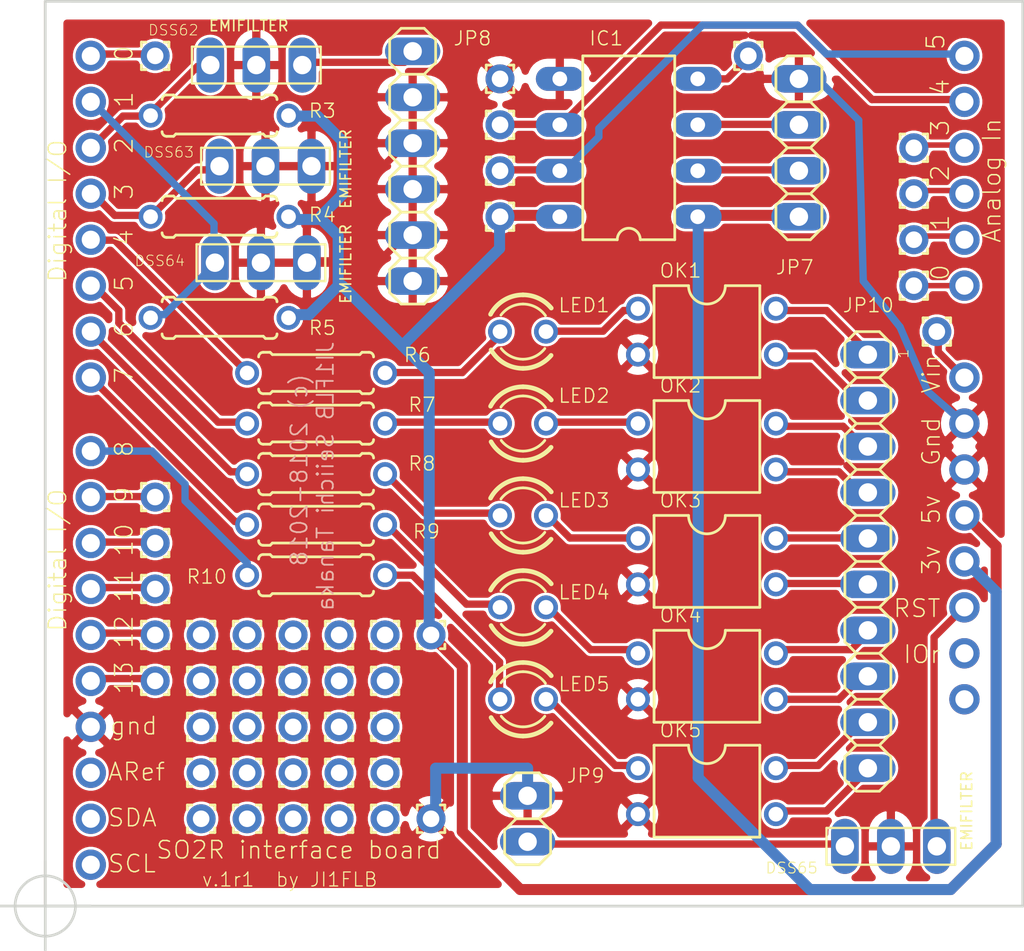
<source format=kicad_pcb>
(kicad_pcb (version 20171130) (host pcbnew "(5.0.0)")
  (layers (0 Top signal) (31 Bottom signal) (34 B.Paste user) (35 F.Paste user) (36 B.SilkS user) (37 F.SilkS user) (38 B.Mask user) (39 F.Mask user) (44 Edge.Cuts user))
  (net 0 "")
  (net 1 +3V3)
  (net 2 GND1)
  (net 3 VCC)
  (net 4 "Net-(LED1-PadK)")
  (net 5 "Net-(LED1-PadA)")
  (net 6 "Net-(LED2-PadK)")
  (net 7 "Net-(LED2-PadA)")
  (net 8 "Net-(LED3-PadK)")
  (net 9 "Net-(LED3-PadA)")
  (net 10 "Net-(LED4-PadK)")
  (net 11 "Net-(LED4-PadA)")
  (net 12 "Net-(LED5-PadK)")
  (net 13 "Net-(LED5-PadA)")
  (net 14 /D4)
  (net 15 /D5)
  (net 16 /D6)
  (net 17 /D7)
  (net 18 /D8)
  (net 19 "Net-(JP10-Pad1)")
  (net 20 "Net-(JP10-Pad2)")
  (net 21 "Net-(JP10-Pad3)")
  (net 22 "Net-(JP10-Pad4)")
  (net 23 "Net-(JP10-Pad5)")
  (net 24 "Net-(JP10-Pad6)")
  (net 25 "Net-(JP10-Pad7)")
  (net 26 "Net-(JP10-Pad8)")
  (net 27 "Net-(JP10-Pad9)")
  (net 28 "Net-(JP10-Pad10)")
  (net 29 /D2)
  (net 30 /D3)
  (net 31 /D1)
  (net 32 "Net-(DSS62-Pad1)")
  (net 33 /SCL5V)
  (net 34 /SDA5V)
  (net 35 "Net-(IC1-Pad4)")
  (net 36 "Net-(IC1-Pad3)")
  (net 37 "Net-(IC1-Pad2)")
  (net 38 "Net-(PAD12-Pad1)")
  (net 39 "Net-(PAD10-Pad1)")
  (net 40 "Net-(PAD9-Pad1)")
  (net 41 "Net-(PAD8-Pad1)")
  (net 42 "Net-(PAD7-Pad1)")
  (net 43 "Net-(DSS65-Pad1)")
  (net 44 "Net-(PAD13-Pad1)")
  (net 45 "Net-(PAD18-Pad1)")
  (net 46 "Net-(PAD23-Pad1)")
  (net 47 "Net-(PAD28-Pad1)")
  (net 48 "Net-(PAD33-Pad1)")
  (net 49 "Net-(PAD14-Pad1)")
  (net 50 "Net-(PAD19-Pad1)")
  (net 51 "Net-(PAD24-Pad1)")
  (net 52 "Net-(PAD29-Pad1)")
  (net 53 "Net-(PAD34-Pad1)")
  (net 54 "Net-(PAD15-Pad1)")
  (net 55 "Net-(PAD20-Pad1)")
  (net 56 "Net-(PAD25-Pad1)")
  (net 57 "Net-(PAD30-Pad1)")
  (net 58 "Net-(PAD35-Pad1)")
  (net 59 "Net-(PAD16-Pad1)")
  (net 60 "Net-(PAD21-Pad1)")
  (net 61 "Net-(PAD26-Pad1)")
  (net 62 "Net-(PAD31-Pad1)")
  (net 63 "Net-(PAD36-Pad1)")
  (net 64 "Net-(PAD17-Pad1)")
  (net 65 "Net-(PAD22-Pad1)")
  (net 66 "Net-(PAD27-Pad1)")
  (net 67 "Net-(PAD32-Pad1)")
  (net 68 "Net-(PAD37-Pad1)")
  (net 69 "Net-(PAD11-Pad1)")
  (net 70 /RESET)
  (net 71 "Net-(U1-PadRESERVED)")
  (net 72 "Net-(U1-PadIOREF)")
  (net 73 "Net-(U1-PadSCL)")
  (net 74 "Net-(U1-PadSDA)")
  (net 75 "Net-(PAD1-Pad1)")
  (net 76 "Net-(PAD43-Pad1)")
  (net 77 "Net-(PAD42-Pad1)")
  (net 78 "Net-(PAD41-Pad1)")
  (net 79 "Net-(U1-PadAREF)")
  (net 80 "Net-(PAD40-Pad1)")
  (module HeadphoneSwitch:EMIFILTER (layer Top) (at 156.1591 83.5216 180)
    (fp_text reference DSS62 (at 3.1591 2.2716) (layer F.SilkS) (effects (font (size 0.57912 0.57912) (thickness 0.046329)) (justify right top)))
    (fp_text value EMIFILTER (at -1.8409 2.5216 180) (layer F.SilkS) (effects (font (size 0.6 0.6) (thickness 0.09)) (justify right top)))
    (pad 3 thru_hole oval (at 2.54 0 270) (size 3.048 1.524) (drill 1.016) (layers *.Cu *.Mask) (net 29 /D2))
    (pad 2 thru_hole oval (at 0 0 270) (size 3.048 1.524) (drill 1.016) (layers *.Cu *.Mask) (net 2 GND1))
    (pad 1 thru_hole oval (at -2.54 0 270) (size 3.048 1.524) (drill 1.016) (layers *.Cu *.Mask) (net 32 "Net-(DSS62-Pad1)"))
  )
  (module HeadphoneSwitch:EMIFILTER (layer Top) (at 156.6671 89.1096 180)
    (fp_text reference DSS63 (at 3.9171 1.1096) (layer F.SilkS) (effects (font (size 0.57912 0.57912) (thickness 0.046329)) (justify right top)))
    (fp_text value EMIFILTER (at -4.0829 2.1096 90) (layer F.SilkS) (effects (font (size 0.6 0.6) (thickness 0.09)) (justify right top)))
    (pad 3 thru_hole oval (at 2.54 0 270) (size 3.048 1.524) (drill 1.016) (layers *.Cu *.Mask) (net 30 /D3))
    (pad 2 thru_hole oval (at 0 0 270) (size 3.048 1.524) (drill 1.016) (layers *.Cu *.Mask) (net 2 GND1))
    (pad 1 thru_hole oval (at -2.54 0 270) (size 3.048 1.524) (drill 1.016) (layers *.Cu *.Mask) (net 2 GND1))
  )
  (module HeadphoneSwitch:EMIFILTER (layer Top) (at 156.4131 94.4436 180)
    (fp_text reference DSS64 (at 4.1631 0.4436) (layer F.SilkS) (effects (font (size 0.57912 0.57912) (thickness 0.046329)) (justify right top)))
    (fp_text value EMIFILTER (at -4.3369 2.1936 90) (layer F.SilkS) (effects (font (size 0.6 0.6) (thickness 0.09)) (justify right top)))
    (pad 3 thru_hole oval (at 2.54 0 270) (size 3.048 1.524) (drill 1.016) (layers *.Cu *.Mask) (net 31 /D1))
    (pad 2 thru_hole oval (at 0 0 270) (size 3.048 1.524) (drill 1.016) (layers *.Cu *.Mask) (net 2 GND1))
    (pad 1 thru_hole oval (at -2.54 0 270) (size 3.048 1.524) (drill 1.016) (layers *.Cu *.Mask) (net 2 GND1))
  )
  (module HeadphoneSwitch:EMIFILTER (layer Top) (at 191.2111 126.7016)
    (fp_text reference DSS65 (at -6.9611 1.5484) (layer F.SilkS) (effects (font (size 0.6 0.6) (thickness 0.06)) (justify left bottom)))
    (fp_text value EMIFILTER (at 4.5389 0.2984 90) (layer F.SilkS) (effects (font (size 0.6 0.6) (thickness 0.09)) (justify left bottom)))
    (pad 3 thru_hole oval (at 2.54 0 90) (size 3.048 1.524) (drill 1.016) (layers *.Cu *.Mask) (net 70 /RESET))
    (pad 2 thru_hole oval (at 0 0 90) (size 3.048 1.524) (drill 1.016) (layers *.Cu *.Mask) (net 2 GND1))
    (pad 1 thru_hole oval (at -2.54 0 90) (size 3.048 1.524) (drill 1.016) (layers *.Cu *.Mask) (net 43 "Net-(DSS65-Pad1)"))
  )
  (module HeadphoneSwitch:DIL8 (layer Top) (at 176.7331 88.0936 90)
    (fp_text reference IC1 (at 5.5936 -2.2331) (layer F.SilkS) (effects (font (size 0.77216 0.77216) (thickness 0.077216)) (justify left bottom)))
    (fp_text value AE-PCA9306)
    (pad 8 thru_hole oval (at -3.81 -3.81 180) (size 2.6416 1.3208) (drill 0.8128) (layers *.Cu *.Mask) (net 3 VCC))
    (pad 7 thru_hole oval (at -1.27 -3.81 180) (size 2.6416 1.3208) (drill 0.8128) (layers *.Cu *.Mask) (net 33 /SCL5V))
    (pad 6 thru_hole oval (at 1.27 -3.81 180) (size 2.6416 1.3208) (drill 0.8128) (layers *.Cu *.Mask) (net 34 /SDA5V))
    (pad 5 thru_hole oval (at 3.81 -3.81 180) (size 2.6416 1.3208) (drill 0.8128) (layers *.Cu *.Mask) (net 2 GND1))
    (pad 4 thru_hole oval (at 3.81 3.81 180) (size 2.6416 1.3208) (drill 0.8128) (layers *.Cu *.Mask) (net 35 "Net-(IC1-Pad4)"))
    (pad 3 thru_hole oval (at 1.27 3.81 180) (size 2.6416 1.3208) (drill 0.8128) (layers *.Cu *.Mask) (net 36 "Net-(IC1-Pad3)"))
    (pad 2 thru_hole oval (at -1.27 3.81 180) (size 2.6416 1.3208) (drill 0.8128) (layers *.Cu *.Mask) (net 37 "Net-(IC1-Pad2)"))
    (pad 1 thru_hole oval (at -3.81 3.81 180) (size 2.6416 1.3208) (drill 0.8128) (layers *.Cu *.Mask) (net 1 +3V3))
  )
  (module HeadphoneSwitch:1X10 (layer Top) (at 189.9411 110.9536 270)
    (fp_text reference JP10 (at -13.7036 1.4411) (layer F.SilkS) (effects (font (size 0.77216 0.77216) (thickness 0.077216)) (justify left bottom)))
    (fp_text value "Isolate port")
    (pad 10 thru_hole oval (at 11.43 0) (size 3.048 1.524) (drill 1.016) (layers *.Cu *.Mask) (net 28 "Net-(JP10-Pad10)"))
    (pad 9 thru_hole oval (at 8.89 0) (size 3.048 1.524) (drill 1.016) (layers *.Cu *.Mask) (net 27 "Net-(JP10-Pad9)"))
    (pad 8 thru_hole oval (at 6.35 0) (size 3.048 1.524) (drill 1.016) (layers *.Cu *.Mask) (net 26 "Net-(JP10-Pad8)"))
    (pad 7 thru_hole oval (at 3.81 0) (size 3.048 1.524) (drill 1.016) (layers *.Cu *.Mask) (net 25 "Net-(JP10-Pad7)"))
    (pad 6 thru_hole oval (at 1.27 0) (size 3.048 1.524) (drill 1.016) (layers *.Cu *.Mask) (net 24 "Net-(JP10-Pad6)"))
    (pad 5 thru_hole oval (at -1.27 0) (size 3.048 1.524) (drill 1.016) (layers *.Cu *.Mask) (net 23 "Net-(JP10-Pad5)"))
    (pad 4 thru_hole oval (at -3.81 0) (size 3.048 1.524) (drill 1.016) (layers *.Cu *.Mask) (net 22 "Net-(JP10-Pad4)"))
    (pad 3 thru_hole oval (at -6.35 0) (size 3.048 1.524) (drill 1.016) (layers *.Cu *.Mask) (net 21 "Net-(JP10-Pad3)"))
    (pad 2 thru_hole oval (at -8.89 0) (size 3.048 1.524) (drill 1.016) (layers *.Cu *.Mask) (net 20 "Net-(JP10-Pad2)"))
    (pad 1 thru_hole oval (at -11.43 0) (size 3.048 1.524) (drill 1.016) (layers *.Cu *.Mask) (net 19 "Net-(JP10-Pad1)"))
  )
  (module HeadphoneSwitch:1X04 (layer Top) (at 186.1311 88.0936 90)
    (fp_text reference JP7 (at -6.1564 0.8689) (layer F.SilkS) (effects (font (size 0.77216 0.77216) (thickness 0.077216)) (justify right top)))
    (fp_text value "I2C LCD")
    (pad 4 thru_hole oval (at 3.81 0 180) (size 3.048 1.524) (drill 1.016) (layers *.Cu *.Mask) (net 2 GND1))
    (pad 3 thru_hole oval (at 1.27 0 180) (size 3.048 1.524) (drill 1.016) (layers *.Cu *.Mask) (net 36 "Net-(IC1-Pad3)"))
    (pad 2 thru_hole oval (at -1.27 0 180) (size 3.048 1.524) (drill 1.016) (layers *.Cu *.Mask) (net 37 "Net-(IC1-Pad2)"))
    (pad 1 thru_hole oval (at -3.81 0 180) (size 3.048 1.524) (drill 1.016) (layers *.Cu *.Mask) (net 1 +3V3))
  )
  (module HeadphoneSwitch:1X06 (layer Top) (at 164.7951 89.1096 270)
    (fp_text reference JP8 (at -6.6096 -2.2049) (layer F.SilkS) (effects (font (size 0.77216 0.77216) (thickness 0.077216)) (justify left bottom)))
    (fp_text value "Force Switch")
    (pad 6 thru_hole oval (at 6.35 0) (size 3.048 1.524) (drill 1.016) (layers *.Cu *.Mask) (net 2 GND1))
    (pad 5 thru_hole oval (at 3.81 0) (size 3.048 1.524) (drill 1.016) (layers *.Cu *.Mask) (net 2 GND1))
    (pad 4 thru_hole oval (at 1.27 0) (size 3.048 1.524) (drill 1.016) (layers *.Cu *.Mask) (net 2 GND1))
    (pad 3 thru_hole oval (at -1.27 0) (size 3.048 1.524) (drill 1.016) (layers *.Cu *.Mask) (net 2 GND1))
    (pad 2 thru_hole oval (at -3.81 0) (size 3.048 1.524) (drill 1.016) (layers *.Cu *.Mask) (net 2 GND1))
    (pad 1 thru_hole oval (at -6.35 0) (size 3.048 1.524) (drill 1.016) (layers *.Cu *.Mask) (net 32 "Net-(DSS62-Pad1)"))
  )
  (module HeadphoneSwitch:1X02 (layer Top) (at 171.1451 125.1776 90)
    (fp_text reference JP9 (at 1.9276 2.1049 180) (layer F.SilkS) (effects (font (size 0.77216 0.77216) (thickness 0.077216)) (justify left bottom)))
    (fp_text value RESET)
    (pad 2 thru_hole oval (at 1.27 0 180) (size 3.048 1.524) (drill 1.016) (layers *.Cu *.Mask) (net 2 GND1))
    (pad 1 thru_hole oval (at -1.27 0 180) (size 3.048 1.524) (drill 1.016) (layers *.Cu *.Mask) (net 43 "Net-(DSS65-Pad1)"))
  )
  (module HeadphoneSwitch:LED3MM (layer Top) (at 170.8911 98.2536)
    (fp_text reference LED1 (at 1.905 -1.0036) (layer F.SilkS) (effects (font (size 0.77216 0.77216) (thickness 0.077216)) (justify left bottom)))
    (fp_text value OSDR3133A)
    (pad K thru_hole circle (at 1.27 0) (size 1.3208 1.3208) (drill 0.8128) (layers *.Cu *.Mask) (net 4 "Net-(LED1-PadK)"))
    (pad A thru_hole circle (at -1.27 0) (size 1.3208 1.3208) (drill 0.8128) (layers *.Cu *.Mask) (net 5 "Net-(LED1-PadA)"))
  )
  (module HeadphoneSwitch:LED3MM (layer Top) (at 170.8911 103.3336)
    (fp_text reference LED2 (at 1.905 -1.0836) (layer F.SilkS) (effects (font (size 0.77216 0.77216) (thickness 0.077216)) (justify left bottom)))
    (fp_text value OSDR3133A)
    (pad K thru_hole circle (at 1.27 0) (size 1.3208 1.3208) (drill 0.8128) (layers *.Cu *.Mask) (net 6 "Net-(LED2-PadK)"))
    (pad A thru_hole circle (at -1.27 0) (size 1.3208 1.3208) (drill 0.8128) (layers *.Cu *.Mask) (net 7 "Net-(LED2-PadA)"))
  )
  (module HeadphoneSwitch:LED3MM (layer Top) (at 170.8911 108.4136)
    (fp_text reference LED3 (at 1.905 -0.381) (layer F.SilkS) (effects (font (size 0.77216 0.77216) (thickness 0.077216)) (justify left bottom)))
    (fp_text value OSDR3133A)
    (pad K thru_hole circle (at 1.27 0) (size 1.3208 1.3208) (drill 0.8128) (layers *.Cu *.Mask) (net 8 "Net-(LED3-PadK)"))
    (pad A thru_hole circle (at -1.27 0) (size 1.3208 1.3208) (drill 0.8128) (layers *.Cu *.Mask) (net 9 "Net-(LED3-PadA)"))
  )
  (module HeadphoneSwitch:LED3MM (layer Top) (at 170.8911 113.4936)
    (fp_text reference LED4 (at 1.905 -0.381) (layer F.SilkS) (effects (font (size 0.77216 0.77216) (thickness 0.077216)) (justify left bottom)))
    (fp_text value OSDR3133A)
    (pad K thru_hole circle (at 1.27 0) (size 1.3208 1.3208) (drill 0.8128) (layers *.Cu *.Mask) (net 10 "Net-(LED4-PadK)"))
    (pad A thru_hole circle (at -1.27 0) (size 1.3208 1.3208) (drill 0.8128) (layers *.Cu *.Mask) (net 11 "Net-(LED4-PadA)"))
  )
  (module HeadphoneSwitch:LED3MM (layer Top) (at 170.8911 118.5736)
    (fp_text reference LED5 (at 1.905 -0.381) (layer F.SilkS) (effects (font (size 0.77216 0.77216) (thickness 0.077216)) (justify left bottom)))
    (fp_text value OSDR3133A)
    (pad K thru_hole circle (at 1.27 0) (size 1.3208 1.3208) (drill 0.8128) (layers *.Cu *.Mask) (net 12 "Net-(LED5-PadK)"))
    (pad A thru_hole circle (at -1.27 0) (size 1.3208 1.3208) (drill 0.8128) (layers *.Cu *.Mask) (net 13 "Net-(LED5-PadA)"))
  )
  (module HeadphoneSwitch:DIL04 (layer Top) (at 181.0511 98.2536 270)
    (fp_text reference OK1 (at -2.921 2.667) (layer F.SilkS) (effects (font (size 0.77216 0.77216) (thickness 0.077216)) (justify left bottom)))
    (fp_text value TLP621)
    (pad 4 thru_hole circle (at -1.27 -3.81) (size 1.3208 1.3208) (drill 0.8128) (layers *.Cu *.Mask) (net 19 "Net-(JP10-Pad1)"))
    (pad 3 thru_hole circle (at 1.27 -3.81) (size 1.3208 1.3208) (drill 0.8128) (layers *.Cu *.Mask) (net 20 "Net-(JP10-Pad2)"))
    (pad 2 thru_hole circle (at 1.27 3.81 180) (size 1.3208 1.3208) (drill 0.8128) (layers *.Cu *.Mask) (net 2 GND1))
    (pad 1 thru_hole circle (at -1.27 3.81 180) (size 1.3208 1.3208) (drill 0.8128) (layers *.Cu *.Mask) (net 4 "Net-(LED1-PadK)"))
  )
  (module HeadphoneSwitch:DIL04 (layer Top) (at 181.0511 104.6036 270)
    (fp_text reference OK2 (at -2.921 2.667) (layer F.SilkS) (effects (font (size 0.77216 0.77216) (thickness 0.077216)) (justify left bottom)))
    (fp_text value TLP621)
    (pad 4 thru_hole circle (at -1.27 -3.81) (size 1.3208 1.3208) (drill 0.8128) (layers *.Cu *.Mask) (net 21 "Net-(JP10-Pad3)"))
    (pad 3 thru_hole circle (at 1.27 -3.81) (size 1.3208 1.3208) (drill 0.8128) (layers *.Cu *.Mask) (net 22 "Net-(JP10-Pad4)"))
    (pad 2 thru_hole circle (at 1.27 3.81 180) (size 1.3208 1.3208) (drill 0.8128) (layers *.Cu *.Mask) (net 2 GND1))
    (pad 1 thru_hole circle (at -1.27 3.81 180) (size 1.3208 1.3208) (drill 0.8128) (layers *.Cu *.Mask) (net 6 "Net-(LED2-PadK)"))
  )
  (module HeadphoneSwitch:DIL04 (layer Top) (at 181.0511 110.9536 270)
    (fp_text reference OK3 (at -2.921 2.667) (layer F.SilkS) (effects (font (size 0.77216 0.77216) (thickness 0.077216)) (justify left bottom)))
    (fp_text value TLP621)
    (pad 4 thru_hole circle (at -1.27 -3.81) (size 1.3208 1.3208) (drill 0.8128) (layers *.Cu *.Mask) (net 23 "Net-(JP10-Pad5)"))
    (pad 3 thru_hole circle (at 1.27 -3.81) (size 1.3208 1.3208) (drill 0.8128) (layers *.Cu *.Mask) (net 24 "Net-(JP10-Pad6)"))
    (pad 2 thru_hole circle (at 1.27 3.81 180) (size 1.3208 1.3208) (drill 0.8128) (layers *.Cu *.Mask) (net 2 GND1))
    (pad 1 thru_hole circle (at -1.27 3.81 180) (size 1.3208 1.3208) (drill 0.8128) (layers *.Cu *.Mask) (net 8 "Net-(LED3-PadK)"))
  )
  (module HeadphoneSwitch:DIL04 (layer Top) (at 181.0511 117.3036 270)
    (fp_text reference OK4 (at -2.921 2.667) (layer F.SilkS) (effects (font (size 0.77216 0.77216) (thickness 0.077216)) (justify left bottom)))
    (fp_text value TLP621)
    (pad 4 thru_hole circle (at -1.27 -3.81) (size 1.3208 1.3208) (drill 0.8128) (layers *.Cu *.Mask) (net 25 "Net-(JP10-Pad7)"))
    (pad 3 thru_hole circle (at 1.27 -3.81) (size 1.3208 1.3208) (drill 0.8128) (layers *.Cu *.Mask) (net 26 "Net-(JP10-Pad8)"))
    (pad 2 thru_hole circle (at 1.27 3.81 180) (size 1.3208 1.3208) (drill 0.8128) (layers *.Cu *.Mask) (net 2 GND1))
    (pad 1 thru_hole circle (at -1.27 3.81 180) (size 1.3208 1.3208) (drill 0.8128) (layers *.Cu *.Mask) (net 10 "Net-(LED4-PadK)"))
  )
  (module HeadphoneSwitch:DIL04 (layer Top) (at 181.0511 123.6536 270)
    (fp_text reference OK5 (at -2.921 2.667) (layer F.SilkS) (effects (font (size 0.77216 0.77216) (thickness 0.077216)) (justify left bottom)))
    (fp_text value TLP621)
    (pad 4 thru_hole circle (at -1.27 -3.81) (size 1.3208 1.3208) (drill 0.8128) (layers *.Cu *.Mask) (net 27 "Net-(JP10-Pad9)"))
    (pad 3 thru_hole circle (at 1.27 -3.81) (size 1.3208 1.3208) (drill 0.8128) (layers *.Cu *.Mask) (net 28 "Net-(JP10-Pad10)"))
    (pad 2 thru_hole circle (at 1.27 3.81 180) (size 1.3208 1.3208) (drill 0.8128) (layers *.Cu *.Mask) (net 2 GND1))
    (pad 1 thru_hole circle (at -1.27 3.81 180) (size 1.3208 1.3208) (drill 0.8128) (layers *.Cu *.Mask) (net 12 "Net-(LED5-PadK)"))
  )
  (module HeadphoneSwitch:1,6_0,9 (layer Top) (at 193.7511 98.2536)
    (fp_text reference PAD1 hide)
    (fp_text value 1,6_0,9 hide)
    (pad 1 thru_hole circle (at 0 0) (size 1.6002 1.6002) (drill 0.9144) (layers *.Cu *.Mask) (net 75 "Net-(PAD1-Pad1)"))
  )
  (module HeadphoneSwitch:1,6_0,9 (layer Top) (at 150.5711 109.9376)
    (fp_text reference PAD10 hide)
    (fp_text value 1,6_0,9 hide)
    (pad 1 thru_hole circle (at 0 0) (size 1.6002 1.6002) (drill 0.9144) (layers *.Cu *.Mask) (net 39 "Net-(PAD10-Pad1)"))
  )
  (module HeadphoneSwitch:1,6_0,9 (layer Top) (at 150.5711 107.3976)
    (fp_text reference PAD11 hide)
    (fp_text value 1,6_0,9 hide)
    (pad 1 thru_hole circle (at 0 0) (size 1.6002 1.6002) (drill 0.9144) (layers *.Cu *.Mask) (net 69 "Net-(PAD11-Pad1)"))
  )
  (module HeadphoneSwitch:1,6_0,9 (layer Top) (at 150.5711 83.0136)
    (fp_text reference PAD12 hide)
    (fp_text value 1,6_0,9 hide)
    (pad 1 thru_hole circle (at 0 0) (size 1.6002 1.6002) (drill 0.9144) (layers *.Cu *.Mask) (net 38 "Net-(PAD12-Pad1)"))
  )
  (module HeadphoneSwitch:1,6_0,9 (layer Top) (at 163.2711 122.6376)
    (fp_text reference PAD13 hide)
    (fp_text value 1,6_0,9 hide)
    (pad 1 thru_hole circle (at 0 0) (size 1.6002 1.6002) (drill 0.9144) (layers *.Cu *.Mask) (net 44 "Net-(PAD13-Pad1)"))
  )
  (module HeadphoneSwitch:1,6_0,9 (layer Top) (at 160.7311 122.6376)
    (fp_text reference PAD14 hide)
    (fp_text value 1,6_0,9 hide)
    (pad 1 thru_hole circle (at 0 0) (size 1.6002 1.6002) (drill 0.9144) (layers *.Cu *.Mask) (net 49 "Net-(PAD14-Pad1)"))
  )
  (module HeadphoneSwitch:1,6_0,9 (layer Top) (at 158.1911 122.6376)
    (fp_text reference PAD15 hide)
    (fp_text value 1,6_0,9 hide)
    (pad 1 thru_hole circle (at 0 0) (size 1.6002 1.6002) (drill 0.9144) (layers *.Cu *.Mask) (net 54 "Net-(PAD15-Pad1)"))
  )
  (module HeadphoneSwitch:1,6_0,9 (layer Top) (at 155.6511 122.6376)
    (fp_text reference PAD16 hide)
    (fp_text value 1,6_0,9 hide)
    (pad 1 thru_hole circle (at 0 0) (size 1.6002 1.6002) (drill 0.9144) (layers *.Cu *.Mask) (net 59 "Net-(PAD16-Pad1)"))
  )
  (module HeadphoneSwitch:1,6_0,9 (layer Top) (at 153.1111 122.6376)
    (fp_text reference PAD17 hide)
    (fp_text value 1,6_0,9 hide)
    (pad 1 thru_hole circle (at 0 0) (size 1.6002 1.6002) (drill 0.9144) (layers *.Cu *.Mask) (net 64 "Net-(PAD17-Pad1)"))
  )
  (module HeadphoneSwitch:1,6_0,9 (layer Top) (at 163.2711 117.5576)
    (fp_text reference PAD18 hide)
    (fp_text value 1,6_0,9 hide)
    (pad 1 thru_hole circle (at 0 0) (size 1.6002 1.6002) (drill 0.9144) (layers *.Cu *.Mask) (net 45 "Net-(PAD18-Pad1)"))
  )
  (module HeadphoneSwitch:1,6_0,9 (layer Top) (at 160.7311 117.5576)
    (fp_text reference PAD19 hide)
    (fp_text value 1,6_0,9 hide)
    (pad 1 thru_hole circle (at 0 0) (size 1.6002 1.6002) (drill 0.9144) (layers *.Cu *.Mask) (net 50 "Net-(PAD19-Pad1)"))
  )
  (module HeadphoneSwitch:1,6_0,9 (layer Top) (at 183.3371 83.0136)
    (fp_text reference PAD2 hide)
    (fp_text value 1,6_0,9 hide)
    (pad 1 thru_hole circle (at 0 0) (size 1.6002 1.6002) (drill 0.9144) (layers *.Cu *.Mask) (net 35 "Net-(IC1-Pad4)"))
  )
  (module HeadphoneSwitch:1,6_0,9 (layer Top) (at 158.1911 117.5576)
    (fp_text reference PAD20 hide)
    (fp_text value 1,6_0,9 hide)
    (pad 1 thru_hole circle (at 0 0) (size 1.6002 1.6002) (drill 0.9144) (layers *.Cu *.Mask) (net 55 "Net-(PAD20-Pad1)"))
  )
  (module HeadphoneSwitch:1,6_0,9 (layer Top) (at 155.6511 117.5576)
    (fp_text reference PAD21 hide)
    (fp_text value 1,6_0,9 hide)
    (pad 1 thru_hole circle (at 0 0) (size 1.6002 1.6002) (drill 0.9144) (layers *.Cu *.Mask) (net 60 "Net-(PAD21-Pad1)"))
  )
  (module HeadphoneSwitch:1,6_0,9 (layer Top) (at 153.1111 117.5576)
    (fp_text reference PAD22 hide)
    (fp_text value 1,6_0,9 hide)
    (pad 1 thru_hole circle (at 0 0) (size 1.6002 1.6002) (drill 0.9144) (layers *.Cu *.Mask) (net 65 "Net-(PAD22-Pad1)"))
  )
  (module HeadphoneSwitch:1,6_0,9 (layer Top) (at 153.1111 125.1776)
    (fp_text reference PAD23 hide)
    (fp_text value 1,6_0,9 hide)
    (pad 1 thru_hole circle (at 0 0) (size 1.6002 1.6002) (drill 0.9144) (layers *.Cu *.Mask) (net 46 "Net-(PAD23-Pad1)"))
  )
  (module HeadphoneSwitch:1,6_0,9 (layer Top) (at 163.2711 120.0976)
    (fp_text reference PAD24 hide)
    (fp_text value 1,6_0,9 hide)
    (pad 1 thru_hole circle (at 0 0) (size 1.6002 1.6002) (drill 0.9144) (layers *.Cu *.Mask) (net 51 "Net-(PAD24-Pad1)"))
  )
  (module HeadphoneSwitch:1,6_0,9 (layer Top) (at 160.7311 120.0976)
    (fp_text reference PAD25 hide)
    (fp_text value 1,6_0,9 hide)
    (pad 1 thru_hole circle (at 0 0) (size 1.6002 1.6002) (drill 0.9144) (layers *.Cu *.Mask) (net 56 "Net-(PAD25-Pad1)"))
  )
  (module HeadphoneSwitch:1,6_0,9 (layer Top) (at 158.1911 120.0976)
    (fp_text reference PAD26 hide)
    (fp_text value 1,6_0,9 hide)
    (pad 1 thru_hole circle (at 0 0) (size 1.6002 1.6002) (drill 0.9144) (layers *.Cu *.Mask) (net 61 "Net-(PAD26-Pad1)"))
  )
  (module HeadphoneSwitch:1,6_0,9 (layer Top) (at 155.6511 120.0976)
    (fp_text reference PAD27 hide)
    (fp_text value 1,6_0,9 hide)
    (pad 1 thru_hole circle (at 0 0) (size 1.6002 1.6002) (drill 0.9144) (layers *.Cu *.Mask) (net 66 "Net-(PAD27-Pad1)"))
  )
  (module HeadphoneSwitch:1,6_0,9 (layer Top) (at 153.1111 120.0976)
    (fp_text reference PAD28 hide)
    (fp_text value 1,6_0,9 hide)
    (pad 1 thru_hole circle (at 0 0) (size 1.6002 1.6002) (drill 0.9144) (layers *.Cu *.Mask) (net 47 "Net-(PAD28-Pad1)"))
  )
  (module HeadphoneSwitch:1,6_0,9 (layer Top) (at 163.2711 115.0176)
    (fp_text reference PAD29 hide)
    (fp_text value 1,6_0,9 hide)
    (pad 1 thru_hole circle (at 0 0) (size 1.6002 1.6002) (drill 0.9144) (layers *.Cu *.Mask) (net 52 "Net-(PAD29-Pad1)"))
  )
  (module HeadphoneSwitch:1,6_0,9 (layer Top) (at 169.6211 91.9036)
    (fp_text reference PAD3 hide)
    (fp_text value 1,6_0,9 hide)
    (pad 1 thru_hole circle (at 0 0) (size 1.6002 1.6002) (drill 0.9144) (layers *.Cu *.Mask) (net 3 VCC))
  )
  (module HeadphoneSwitch:1,6_0,9 (layer Top) (at 160.7311 115.0176)
    (fp_text reference PAD30 hide)
    (fp_text value 1,6_0,9 hide)
    (pad 1 thru_hole circle (at 0 0) (size 1.6002 1.6002) (drill 0.9144) (layers *.Cu *.Mask) (net 57 "Net-(PAD30-Pad1)"))
  )
  (module HeadphoneSwitch:1,6_0,9 (layer Top) (at 158.1911 115.0176)
    (fp_text reference PAD31 hide)
    (fp_text value 1,6_0,9 hide)
    (pad 1 thru_hole circle (at 0 0) (size 1.6002 1.6002) (drill 0.9144) (layers *.Cu *.Mask) (net 62 "Net-(PAD31-Pad1)"))
  )
  (module HeadphoneSwitch:1,6_0,9 (layer Top) (at 155.6511 115.0176)
    (fp_text reference PAD32 hide)
    (fp_text value 1,6_0,9 hide)
    (pad 1 thru_hole circle (at 0 0) (size 1.6002 1.6002) (drill 0.9144) (layers *.Cu *.Mask) (net 67 "Net-(PAD32-Pad1)"))
  )
  (module HeadphoneSwitch:1,6_0,9 (layer Top) (at 153.1111 115.0176)
    (fp_text reference PAD33 hide)
    (fp_text value 1,6_0,9 hide)
    (pad 1 thru_hole circle (at 0 0) (size 1.6002 1.6002) (drill 0.9144) (layers *.Cu *.Mask) (net 48 "Net-(PAD33-Pad1)"))
  )
  (module HeadphoneSwitch:1,6_0,9 (layer Top) (at 163.2711 125.1776)
    (fp_text reference PAD34 hide)
    (fp_text value 1,6_0,9 hide)
    (pad 1 thru_hole circle (at 0 0) (size 1.6002 1.6002) (drill 0.9144) (layers *.Cu *.Mask) (net 53 "Net-(PAD34-Pad1)"))
  )
  (module HeadphoneSwitch:1,6_0,9 (layer Top) (at 160.7311 125.1776)
    (fp_text reference PAD35 hide)
    (fp_text value 1,6_0,9 hide)
    (pad 1 thru_hole circle (at 0 0) (size 1.6002 1.6002) (drill 0.9144) (layers *.Cu *.Mask) (net 58 "Net-(PAD35-Pad1)"))
  )
  (module HeadphoneSwitch:1,6_0,9 (layer Top) (at 158.1911 125.1776)
    (fp_text reference PAD36 hide)
    (fp_text value 1,6_0,9 hide)
    (pad 1 thru_hole circle (at 0 0) (size 1.6002 1.6002) (drill 0.9144) (layers *.Cu *.Mask) (net 63 "Net-(PAD36-Pad1)"))
  )
  (module HeadphoneSwitch:1,6_0,9 (layer Top) (at 155.6511 125.1776)
    (fp_text reference PAD37 hide)
    (fp_text value 1,6_0,9 hide)
    (pad 1 thru_hole circle (at 0 0) (size 1.6002 1.6002) (drill 0.9144) (layers *.Cu *.Mask) (net 68 "Net-(PAD37-Pad1)"))
  )
  (module HeadphoneSwitch:1,6_0,9 (layer Top) (at 165.8111 115.0176)
    (fp_text reference PAD38 hide)
    (fp_text value 1,6_0,9 hide)
    (pad 1 thru_hole circle (at 0 0) (size 1.6002 1.6002) (drill 0.9144) (layers *.Cu *.Mask) (net 3 VCC))
  )
  (module HeadphoneSwitch:1,6_0,9 (layer Top) (at 165.8111 125.1776)
    (fp_text reference PAD39 hide)
    (fp_text value 1,6_0,9 hide)
    (pad 1 thru_hole circle (at 0 0) (size 1.6002 1.6002) (drill 0.9144) (layers *.Cu *.Mask) (net 2 GND1))
  )
  (module HeadphoneSwitch:1,6_0,9 (layer Top) (at 169.6211 89.3636)
    (fp_text reference PAD4 hide)
    (fp_text value 1,6_0,9 hide)
    (pad 1 thru_hole circle (at 0 0) (size 1.6002 1.6002) (drill 0.9144) (layers *.Cu *.Mask) (net 33 /SCL5V))
  )
  (module HeadphoneSwitch:1,6_0,9 (layer Top) (at 169.6211 86.8236)
    (fp_text reference PAD5 hide)
    (fp_text value 1,6_0,9 hide)
    (pad 1 thru_hole circle (at 0 0) (size 1.6002 1.6002) (drill 0.9144) (layers *.Cu *.Mask) (net 34 /SDA5V))
  )
  (module HeadphoneSwitch:1,6_0,9 (layer Top) (at 169.6211 84.2836)
    (fp_text reference PAD6 hide)
    (fp_text value 1,6_0,9 hide)
    (pad 1 thru_hole circle (at 0 0) (size 1.6002 1.6002) (drill 0.9144) (layers *.Cu *.Mask) (net 2 GND1))
  )
  (module HeadphoneSwitch:1,6_0,9 (layer Top) (at 150.5711 117.5576)
    (fp_text reference PAD7 hide)
    (fp_text value 1,6_0,9 hide)
    (pad 1 thru_hole circle (at 0 0) (size 1.6002 1.6002) (drill 0.9144) (layers *.Cu *.Mask) (net 42 "Net-(PAD7-Pad1)"))
  )
  (module HeadphoneSwitch:1,6_0,9 (layer Top) (at 150.5711 115.0176)
    (fp_text reference PAD8 hide)
    (fp_text value 1,6_0,9 hide)
    (pad 1 thru_hole circle (at 0 0) (size 1.6002 1.6002) (drill 0.9144) (layers *.Cu *.Mask) (net 41 "Net-(PAD8-Pad1)"))
  )
  (module HeadphoneSwitch:1,6_0,9 (layer Top) (at 150.5711 112.4776)
    (fp_text reference PAD9 hide)
    (fp_text value 1,6_0,9 hide)
    (pad 1 thru_hole circle (at 0 0) (size 1.6002 1.6002) (drill 0.9144) (layers *.Cu *.Mask) (net 40 "Net-(PAD9-Pad1)"))
  )
  (module HeadphoneSwitch:0207_7 (layer Top) (at 159.4611 111.7156)
    (fp_text reference R10 (at -7.2111 0.5344) (layer F.SilkS) (effects (font (size 0.77216 0.77216) (thickness 0.077216)) (justify left bottom)))
    (fp_text value 330)
    (pad 2 thru_hole circle (at 3.81 0) (size 1.3208 1.3208) (drill 0.8128) (layers *.Cu *.Mask) (net 13 "Net-(LED5-PadA)"))
    (pad 1 thru_hole circle (at -3.81 0) (size 1.3208 1.3208) (drill 0.8128) (layers *.Cu *.Mask) (net 18 /D8))
  )
  (module HeadphoneSwitch:0207_7 (layer Top) (at 154.1271 97.4916)
    (fp_text reference R5 (at 4.8729 1.0084) (layer F.SilkS) (effects (font (size 0.77216 0.77216) (thickness 0.077216)) (justify left bottom)))
    (fp_text value 10K)
    (pad 2 thru_hole circle (at 3.81 0) (size 1.3208 1.3208) (drill 0.8128) (layers *.Cu *.Mask) (net 3 VCC))
    (pad 1 thru_hole circle (at -3.81 0) (size 1.3208 1.3208) (drill 0.8128) (layers *.Cu *.Mask) (net 31 /D1))
  )
  (module HeadphoneSwitch:0207_7 (layer Top) (at 154.1271 86.3156)
    (fp_text reference R3 (at 4.8729 0.1844) (layer F.SilkS) (effects (font (size 0.77216 0.77216) (thickness 0.077216)) (justify left bottom)))
    (fp_text value 10K)
    (pad 2 thru_hole circle (at 3.81 0) (size 1.3208 1.3208) (drill 0.8128) (layers *.Cu *.Mask) (net 3 VCC))
    (pad 1 thru_hole circle (at -3.81 0) (size 1.3208 1.3208) (drill 0.8128) (layers *.Cu *.Mask) (net 29 /D2))
  )
  (module HeadphoneSwitch:0207_7 (layer Top) (at 154.1271 91.9036)
    (fp_text reference R4 (at 4.8729 0.3464) (layer F.SilkS) (effects (font (size 0.77216 0.77216) (thickness 0.077216)) (justify left bottom)))
    (fp_text value 10K)
    (pad 2 thru_hole circle (at 3.81 0) (size 1.3208 1.3208) (drill 0.8128) (layers *.Cu *.Mask) (net 3 VCC))
    (pad 1 thru_hole circle (at -3.81 0) (size 1.3208 1.3208) (drill 0.8128) (layers *.Cu *.Mask) (net 30 /D3))
  )
  (module HeadphoneSwitch:0207_7 (layer Top) (at 159.4611 100.5396)
    (fp_text reference R6 (at 4.7889 -0.5396) (layer F.SilkS) (effects (font (size 0.77216 0.77216) (thickness 0.077216)) (justify left bottom)))
    (fp_text value 330)
    (pad 2 thru_hole circle (at 3.81 0) (size 1.3208 1.3208) (drill 0.8128) (layers *.Cu *.Mask) (net 5 "Net-(LED1-PadA)"))
    (pad 1 thru_hole circle (at -3.81 0) (size 1.3208 1.3208) (drill 0.8128) (layers *.Cu *.Mask) (net 14 /D4))
  )
  (module HeadphoneSwitch:0207_7 (layer Top) (at 159.4611 103.3336)
    (fp_text reference R7 (at 5.0389 -0.5836) (layer F.SilkS) (effects (font (size 0.77216 0.77216) (thickness 0.077216)) (justify left bottom)))
    (fp_text value 330)
    (pad 2 thru_hole circle (at 3.81 0) (size 1.3208 1.3208) (drill 0.8128) (layers *.Cu *.Mask) (net 7 "Net-(LED2-PadA)"))
    (pad 1 thru_hole circle (at -3.81 0) (size 1.3208 1.3208) (drill 0.8128) (layers *.Cu *.Mask) (net 15 /D5))
  )
  (module HeadphoneSwitch:0207_7 (layer Top) (at 159.4611 106.1276)
    (fp_text reference R8 (at 5.0389 -0.1276) (layer F.SilkS) (effects (font (size 0.77216 0.77216) (thickness 0.077216)) (justify left bottom)))
    (fp_text value 330)
    (pad 2 thru_hole circle (at 3.81 0) (size 1.3208 1.3208) (drill 0.8128) (layers *.Cu *.Mask) (net 9 "Net-(LED3-PadA)"))
    (pad 1 thru_hole circle (at -3.81 0) (size 1.3208 1.3208) (drill 0.8128) (layers *.Cu *.Mask) (net 16 /D6))
  )
  (module HeadphoneSwitch:0207_7 (layer Top) (at 159.4611 108.9216)
    (fp_text reference R9 (at 5.2889 0.8284) (layer F.SilkS) (effects (font (size 0.77216 0.77216) (thickness 0.077216)) (justify left bottom)))
    (fp_text value 330)
    (pad 2 thru_hole circle (at 3.81 0) (size 1.3208 1.3208) (drill 0.8128) (layers *.Cu *.Mask) (net 11 "Net-(LED4-PadA)"))
    (pad 1 thru_hole circle (at -3.81 0) (size 1.3208 1.3208) (drill 0.8128) (layers *.Cu *.Mask) (net 17 /D7))
  )
  (module HeadphoneSwitch:ARDUINOR3-BPLACE (layer Top) (at 144.4751 130.0036)
    (fp_text reference U1 hide)
    (fp_text value ARDUINOR3-BPLACE hide)
    (fp_text user IOr (at 49.5401 -14.478) (layer F.SilkS) (effects (font (size 0.9652 0.9652) (thickness 0.08128)) (justify right top)))
    (fp_text user SDA (at 3.429 -4.318) (layer F.SilkS) (effects (font (size 0.9652 0.9652) (thickness 0.08128)) (justify left bottom)))
    (fp_text user SCL (at 3.429 -1.778) (layer F.SilkS) (effects (font (size 0.9652 0.9652) (thickness 0.08128)) (justify left bottom)))
    (fp_text user "Digital I/O" (at 1.27 -34.417 90) (layer F.SilkS) (effects (font (size 0.9652 0.9652) (thickness 0.08128)) (justify left bottom)))
    (fp_text user "Digital I/O" (at 1.27 -15.113 90) (layer F.SilkS) (effects (font (size 0.9652 0.9652) (thickness 0.08128)) (justify left bottom)))
    (fp_text user 0 (at 3.81 -47.625 90) (layer F.SilkS) (effects (font (size 0.9652 0.9652) (thickness 0.08128)) (justify right top)))
    (fp_text user 1 (at 3.81 -45.085 90) (layer F.SilkS) (effects (font (size 0.9652 0.9652) (thickness 0.08128)) (justify right top)))
    (fp_text user 2 (at 3.81 -42.545 90) (layer F.SilkS) (effects (font (size 0.9652 0.9652) (thickness 0.08128)) (justify right top)))
    (fp_text user 3 (at 3.81 -40.005 90) (layer F.SilkS) (effects (font (size 0.9652 0.9652) (thickness 0.08128)) (justify right top)))
    (fp_text user 4 (at 3.81 -37.465 90) (layer F.SilkS) (effects (font (size 0.9652 0.9652) (thickness 0.08128)) (justify right top)))
    (fp_text user 5 (at 3.81 -34.925 90) (layer F.SilkS) (effects (font (size 0.9652 0.9652) (thickness 0.08128)) (justify right top)))
    (fp_text user 6 (at 3.81 -32.385 90) (layer F.SilkS) (effects (font (size 0.9652 0.9652) (thickness 0.08128)) (justify right top)))
    (fp_text user 7 (at 3.81 -29.845 90) (layer F.SilkS) (effects (font (size 0.9652 0.9652) (thickness 0.08128)) (justify right top)))
    (fp_text user 8 (at 3.81 -25.781 90) (layer F.SilkS) (effects (font (size 0.9652 0.9652) (thickness 0.08128)) (justify right top)))
    (fp_text user 9 (at 3.81 -23.241 90) (layer F.SilkS) (effects (font (size 0.9652 0.9652) (thickness 0.08128)) (justify right top)))
    (fp_text user 10 (at 3.81 -21.209 90) (layer F.SilkS) (effects (font (size 0.9652 0.9652) (thickness 0.08128)) (justify right top)))
    (fp_text user 11 (at 3.81 -18.669 90) (layer F.SilkS) (effects (font (size 0.9652 0.9652) (thickness 0.08128)) (justify right top)))
    (fp_text user 12 (at 3.81 -16.129 90) (layer F.SilkS) (effects (font (size 0.9652 0.9652) (thickness 0.08128)) (justify right top)))
    (fp_text user 13 (at 3.81 -13.589 90) (layer F.SilkS) (effects (font (size 0.9652 0.9652) (thickness 0.08128)) (justify right top)))
    (fp_text user gnd (at 3.556 -9.398) (layer F.SilkS) (effects (font (size 0.9652 0.9652) (thickness 0.08128)) (justify left bottom)))
    (fp_text user ARef (at 3.429 -6.858) (layer F.SilkS) (effects (font (size 0.9652 0.9652) (thickness 0.08128)) (justify left bottom)))
    (fp_text user 5 (at 49.7749 -47.2536 90) (layer F.SilkS) (effects (font (size 0.9652 0.9652) (thickness 0.08128)) (justify left bottom)))
    (fp_text user 4 (at 50.0249 -44.7536 90) (layer F.SilkS) (effects (font (size 0.9652 0.9652) (thickness 0.08128)) (justify left bottom)))
    (fp_text user 3 (at 50.0249 -42.5036 90) (layer F.SilkS) (effects (font (size 0.9652 0.9652) (thickness 0.08128)) (justify left bottom)))
    (fp_text user 2 (at 50.0249 -40.0036 90) (layer F.SilkS) (effects (font (size 0.9652 0.9652) (thickness 0.08128)) (justify left bottom)))
    (fp_text user 1 (at 50.0249 -37.2536 90) (layer F.SilkS) (effects (font (size 0.9652 0.9652) (thickness 0.08128)) (justify left bottom)))
    (fp_text user 0 (at 50.0249 -34.5036 90) (layer F.SilkS) (effects (font (size 0.9652 0.9652) (thickness 0.08128)) (justify left bottom)))
    (fp_text user "Analog In" (at 52.8777 -36.6021 90) (layer F.SilkS) (effects (font (size 0.9652 0.9652) (thickness 0.08128)) (justify left bottom)))
    (fp_text user Vin (at 49.53 -28.2753 90) (layer F.SilkS) (effects (font (size 0.9652 0.9652) (thickness 0.08128)) (justify left bottom)))
    (fp_text user Gnd (at 49.53 -24.2671 90) (layer F.SilkS) (effects (font (size 0.9652 0.9652) (thickness 0.08128)) (justify left bottom)))
    (fp_text user 5v (at 49.53 -21.0363 90) (layer F.SilkS) (effects (font (size 0.9652 0.9652) (thickness 0.08128)) (justify left bottom)))
    (fp_text user 3v (at 49.53 -18.2423 90) (layer F.SilkS) (effects (font (size 0.9652 0.9652) (thickness 0.08128)) (justify left bottom)))
    (fp_text user RST (at 49.5401 -17.018) (layer F.SilkS) (effects (font (size 0.9652 0.9652) (thickness 0.08128)) (justify right top)))
    (pad RESERVED thru_hole circle (at 50.8 -11.43 90) (size 1.6764 1.6764) (drill 1) (layers *.Cu *.Mask) (net 71 "Net-(U1-PadRESERVED)"))
    (pad IOREF thru_hole circle (at 50.8 -13.97 90) (size 1.6764 1.6764) (drill 1) (layers *.Cu *.Mask) (net 72 "Net-(U1-PadIOREF)"))
    (pad SCL thru_hole circle (at 2.54 -2.286 90) (size 1.6764 1.6764) (drill 1) (layers *.Cu *.Mask) (net 73 "Net-(U1-PadSCL)"))
    (pad SDA thru_hole circle (at 2.54 -4.826 90) (size 1.6764 1.6764) (drill 1) (layers *.Cu *.Mask) (net 74 "Net-(U1-PadSDA)"))
    (pad RESET thru_hole circle (at 50.8 -16.51 90) (size 1.6764 1.6764) (drill 1) (layers *.Cu *.Mask) (net 70 /RESET))
    (pad 3V thru_hole circle (at 50.8 -19.05 90) (size 1.6764 1.6764) (drill 1) (layers *.Cu *.Mask) (net 1 +3V3))
    (pad 5V thru_hole circle (at 50.8 -21.59 90) (size 1.6764 1.6764) (drill 1) (layers *.Cu *.Mask) (net 3 VCC))
    (pad GND2 thru_hole circle (at 50.8 -24.13 90) (size 1.6764 1.6764) (drill 1) (layers *.Cu *.Mask) (net 2 GND1))
    (pad GND1 thru_hole circle (at 50.8 -26.67 90) (size 1.6764 1.6764) (drill 1) (layers *.Cu *.Mask) (net 2 GND1))
    (pad VIN thru_hole circle (at 50.8 -29.21 90) (size 1.6764 1.6764) (drill 1) (layers *.Cu *.Mask) (net 75 "Net-(PAD1-Pad1)"))
    (pad A5 thru_hole circle (at 50.8 -46.99 90) (size 1.6764 1.6764) (drill 1) (layers *.Cu *.Mask) (net 33 /SCL5V))
    (pad A4 thru_hole circle (at 50.8 -44.45 90) (size 1.6764 1.6764) (drill 1) (layers *.Cu *.Mask) (net 34 /SDA5V))
    (pad A3 thru_hole circle (at 50.8 -41.91 90) (size 1.6764 1.6764) (drill 1) (layers *.Cu *.Mask) (net 76 "Net-(PAD43-Pad1)"))
    (pad A2 thru_hole circle (at 50.8 -39.37 90) (size 1.6764 1.6764) (drill 1) (layers *.Cu *.Mask) (net 77 "Net-(PAD42-Pad1)"))
    (pad A1 thru_hole circle (at 50.8 -36.83 90) (size 1.6764 1.6764) (drill 1) (layers *.Cu *.Mask) (net 78 "Net-(PAD41-Pad1)"))
    (pad AREF thru_hole circle (at 2.54 -7.366 90) (size 1.6764 1.6764) (drill 1) (layers *.Cu *.Mask) (net 79 "Net-(U1-PadAREF)"))
    (pad GND thru_hole circle (at 2.54 -9.906 90) (size 1.6764 1.6764) (drill 1) (layers *.Cu *.Mask) (net 2 GND1))
    (pad D13 thru_hole circle (at 2.54 -12.446 90) (size 1.6764 1.6764) (drill 1) (layers *.Cu *.Mask) (net 42 "Net-(PAD7-Pad1)"))
    (pad D12 thru_hole circle (at 2.54 -14.986 90) (size 1.6764 1.6764) (drill 1) (layers *.Cu *.Mask) (net 41 "Net-(PAD8-Pad1)"))
    (pad D11 thru_hole circle (at 2.54 -17.526 90) (size 1.6764 1.6764) (drill 1) (layers *.Cu *.Mask) (net 40 "Net-(PAD9-Pad1)"))
    (pad D10 thru_hole circle (at 2.54 -20.066 90) (size 1.6764 1.6764) (drill 1) (layers *.Cu *.Mask) (net 39 "Net-(PAD10-Pad1)"))
    (pad D9 thru_hole circle (at 2.54 -22.606 90) (size 1.6764 1.6764) (drill 1) (layers *.Cu *.Mask) (net 69 "Net-(PAD11-Pad1)"))
    (pad D8 thru_hole circle (at 2.54 -25.146 90) (size 1.6764 1.6764) (drill 1) (layers *.Cu *.Mask) (net 18 /D8))
    (pad D7 thru_hole circle (at 2.54 -29.21 90) (size 1.6764 1.6764) (drill 1) (layers *.Cu *.Mask) (net 17 /D7))
    (pad D6 thru_hole circle (at 2.54 -31.75 90) (size 1.6764 1.6764) (drill 1) (layers *.Cu *.Mask) (net 16 /D6))
    (pad D5 thru_hole circle (at 2.54 -34.29 90) (size 1.6764 1.6764) (drill 1) (layers *.Cu *.Mask) (net 15 /D5))
    (pad D0 thru_hole circle (at 2.54 -46.99 90) (size 1.6764 1.6764) (drill 1) (layers *.Cu *.Mask) (net 38 "Net-(PAD12-Pad1)"))
    (pad D1 thru_hole circle (at 2.54 -44.45 90) (size 1.6764 1.6764) (drill 1) (layers *.Cu *.Mask) (net 31 /D1))
    (pad D2 thru_hole circle (at 2.54 -41.91 90) (size 1.6764 1.6764) (drill 1) (layers *.Cu *.Mask) (net 29 /D2))
    (pad D3 thru_hole circle (at 2.54 -39.37 90) (size 1.6764 1.6764) (drill 1) (layers *.Cu *.Mask) (net 30 /D3))
    (pad A0 thru_hole circle (at 50.8 -34.29 90) (size 1.6764 1.6764) (drill 1) (layers *.Cu *.Mask) (net 80 "Net-(PAD40-Pad1)"))
    (pad D4 thru_hole circle (at 2.54 -36.83 90) (size 1.6764 1.6764) (drill 1) (layers *.Cu *.Mask) (net 14 /D4))
  )
  (module HeadphoneSwitch:1,6_0,9 (layer Top) (at 192.4811 95.7136)
    (fp_text reference PAD40 hide)
    (fp_text value 1,6_0,9 hide)
    (pad 1 thru_hole circle (at 0 0) (size 1.6002 1.6002) (drill 0.9144) (layers *.Cu *.Mask) (net 80 "Net-(PAD40-Pad1)"))
  )
  (module HeadphoneSwitch:1,6_0,9 (layer Top) (at 192.4811 93.1736)
    (fp_text reference PAD41 hide)
    (fp_text value 1,6_0,9 hide)
    (pad 1 thru_hole circle (at 0 0) (size 1.6002 1.6002) (drill 0.9144) (layers *.Cu *.Mask) (net 78 "Net-(PAD41-Pad1)"))
  )
  (module HeadphoneSwitch:1,6_0,9 (layer Top) (at 192.4811 90.6336)
    (fp_text reference PAD42 hide)
    (fp_text value 1,6_0,9 hide)
    (pad 1 thru_hole circle (at 0 0) (size 1.6002 1.6002) (drill 0.9144) (layers *.Cu *.Mask) (net 77 "Net-(PAD42-Pad1)"))
  )
  (module HeadphoneSwitch:1,6_0,9 (layer Top) (at 192.4811 88.0936)
    (fp_text reference PAD43 hide)
    (fp_text value 1,6_0,9 hide)
    (pad 1 thru_hole circle (at 0 0) (size 1.6002 1.6002) (drill 0.9144) (layers *.Cu *.Mask) (net 76 "Net-(PAD43-Pad1)"))
  )
  (gr_text "(c) 2018-2018 \nJI1FLB Seiichi Tanaka" (at 159.25 106.25 90) (layer B.SilkS) (effects (font (size 0.9 0.9) (thickness 0.1)) (justify mirror)))
  (gr_line (start 144.5 130) (end 144.5 80) (layer Edge.Cuts) (width 0.15))
  (target plus (at 144.5 130) (size 5) (width 0.15) (layer Edge.Cuts))
  (gr_line (start 144.499438 130.0036) (end 198.5011 130.0036) (layer Edge.Cuts) (width 0.15))
  (gr_line (start 198.5011 130.0036) (end 198.5011 80.0036) (layer Edge.Cuts) (width 0.15))
  (gr_line (start 198.5011 80.0036) (end 144.5 80) (layer Edge.Cuts) (width 0.15))
  (gr_text "SO2R interface board" (at 150.5711 127.4636) (layer F.SilkS) (effects (font (size 0.9652 0.9652) (thickness 0.08128)) (justify left bottom)))
  (gr_text "v.1r1  by JI1FLB" (at 153.1111 128.9876) (layer F.SilkS) (effects (font (size 0.77216 0.77216) (thickness 0.065024)) (justify left bottom)))
  (gr_text 1 (at 192.2271 99.7776 90) (layer F.SilkS) (effects (font (size 0.57912 0.57912) (thickness 0.048768)) (justify left bottom)))
  (segment (start 186.0549 91.8274) (end 180.5685 91.8274) (width 0.6096) (layer Top) (net 1))
  (segment (start 180.5685 91.8274) (end 180.5431 91.9036) (width 0.6096) (layer Top) (net 1))
  (segment (start 186.0549 91.8274) (end 186.1311 91.9036) (width 0.6096) (layer Top) (net 1))
  (segment (start 197.0277 112.63) (end 195.4275 111.0298) (width 0.6096) (layer Bottom) (net 1))
  (segment (start 197.0277 126.5746) (end 197.0277 112.63) (width 0.6096) (layer Bottom) (net 1))
  (segment (start 194.5131 129.0892) (end 197.0277 126.5746) (width 0.6096) (layer Bottom) (net 1))
  (segment (start 186.7407 129.0892) (end 194.5131 129.0892) (width 0.6096) (layer Bottom) (net 1))
  (segment (start 180.5685 122.917) (end 186.7407 129.0892) (width 0.6096) (layer Bottom) (net 1))
  (segment (start 180.5685 92.056) (end 180.5685 122.917) (width 0.6096) (layer Bottom) (net 1))
  (segment (start 195.4275 111.0298) (end 195.2751 110.9536) (width 0.6096) (layer Bottom) (net 1))
  (segment (start 180.5685 92.056) (end 180.5431 91.9036) (width 0.6096) (layer Bottom) (net 1))
  (segment (start 163.1949 89.0842) (end 159.3087 89.0842) (width 0.4064) (layer Top) (net 2))
  (segment (start 164.3379 87.9412) (end 163.1949 89.0842) (width 0.4064) (layer Top) (net 2))
  (segment (start 164.7951 87.9412) (end 164.3379 87.9412) (width 0.4064) (layer Top) (net 2))
  (segment (start 159.3087 89.0842) (end 159.2071 89.1096) (width 0.4064) (layer Top) (net 2))
  (segment (start 164.7951 87.9412) (end 164.7951 87.8396) (width 0.4064) (layer Top) (net 2))
  (segment (start 162.9663 94.342) (end 159.0801 94.342) (width 0.4064) (layer Top) (net 2))
  (segment (start 164.3379 92.9704) (end 162.9663 94.342) (width 0.4064) (layer Top) (net 2))
  (segment (start 164.7951 92.9704) (end 164.3379 92.9704) (width 0.4064) (layer Top) (net 2))
  (segment (start 159.0801 94.342) (end 158.9531 94.4436) (width 0.4064) (layer Top) (net 2))
  (segment (start 164.7951 92.9704) (end 164.7951 92.9196) (width 0.4064) (layer Top) (net 2))
  (segment (start 165.8111 125.1776) (end 166.0651 125.1776) (width 0.4064) (layer Bottom) (net 2))
  (segment (start 166.0651 125.1776) (end 166.0651 122.3836) (width 0.6096) (layer Bottom) (net 2))
  (segment (start 166.0651 122.3836) (end 171.1451 122.3836) (width 0.6096) (layer Bottom) (net 2))
  (segment (start 171.1451 122.3836) (end 171.1451 123.9076) (width 0.6096) (layer Bottom) (net 2))
  (segment (start 186.1311 84.2836) (end 187.1471 84.2836) (width 0.4064) (layer Bottom) (net 2))
  (segment (start 187.1471 84.2836) (end 189.4331 86.5696) (width 0.4064) (layer Bottom) (net 2))
  (segment (start 189.4331 86.5696) (end 189.6871 95.4596) (width 0.4064) (layer Bottom) (net 2))
  (segment (start 189.6871 95.4596) (end 191.7191 97.9996) (width 0.4064) (layer Bottom) (net 2))
  (segment (start 191.7191 97.9996) (end 193.2431 101.5556) (width 0.4064) (layer Bottom) (net 2))
  (segment (start 193.2431 101.5556) (end 195.2751 103.3336) (width 0.4064) (layer Bottom) (net 2))
  (segment (start 169.8243 91.8274) (end 172.7961 91.8274) (width 0.6096) (layer Top) (net 3))
  (segment (start 172.7961 91.8274) (end 172.9231 91.9036) (width 0.6096) (layer Top) (net 3))
  (segment (start 169.8243 91.8274) (end 169.6211 91.9036) (width 0.6096) (layer Top) (net 3))
  (segment (start 159.0801 97.3138) (end 157.9371 97.3138) (width 0.6096) (layer Bottom) (net 3))
  (segment (start 160.6803 95.7136) (end 159.0801 97.3138) (width 0.6096) (layer Bottom) (net 3))
  (segment (start 160.6803 92.9704) (end 160.6803 95.7136) (width 0.6096) (layer Bottom) (net 3))
  (segment (start 159.7659 92.056) (end 160.6803 92.9704) (width 0.6096) (layer Bottom) (net 3))
  (segment (start 157.9371 92.056) (end 159.7659 92.056) (width 0.6096) (layer Bottom) (net 3))
  (segment (start 157.9371 97.3138) (end 157.9371 97.4916) (width 0.6096) (layer Bottom) (net 3))
  (segment (start 157.9371 92.056) (end 157.9371 91.9036) (width 0.6096) (layer Bottom) (net 3))
  (segment (start 159.5373 86.341) (end 157.9371 86.341) (width 0.6096) (layer Bottom) (net 3))
  (segment (start 160.9089 87.7126) (end 159.5373 86.341) (width 0.6096) (layer Bottom) (net 3))
  (segment (start 160.9089 90.6844) (end 160.9089 87.7126) (width 0.6096) (layer Bottom) (net 3))
  (segment (start 159.7659 91.8274) (end 160.9089 90.6844) (width 0.6096) (layer Bottom) (net 3))
  (segment (start 157.9371 86.341) (end 157.9371 86.3156) (width 0.6096) (layer Bottom) (net 3))
  (segment (start 159.7659 91.8274) (end 159.7659 92.056) (width 0.6096) (layer Bottom) (net 3))
  (segment (start 165.7095 100.5142) (end 165.7095 114.916) (width 0.6096) (layer Bottom) (net 3))
  (segment (start 160.9089 95.7136) (end 164.2236 99.0283) (width 0.6096) (layer Bottom) (net 3))
  (segment (start 164.2236 99.0283) (end 165.7095 100.5142) (width 0.6096) (layer Bottom) (net 3))
  (segment (start 165.7095 114.916) (end 165.8111 115.0176) (width 0.6096) (layer Bottom) (net 3))
  (segment (start 160.9089 95.7136) (end 160.6803 95.7136) (width 0.6096) (layer Bottom) (net 3))
  (segment (start 197.0277 110.1154) (end 195.4275 108.5152) (width 0.6096) (layer Top) (net 3))
  (segment (start 197.0277 126.5746) (end 197.0277 110.1154) (width 0.6096) (layer Top) (net 3))
  (segment (start 194.5131 129.0892) (end 197.0277 126.5746) (width 0.6096) (layer Top) (net 3))
  (segment (start 170.7387 129.0892) (end 194.5131 129.0892) (width 0.6096) (layer Top) (net 3))
  (segment (start 167.5383 125.8888) (end 170.7387 129.0892) (width 0.6096) (layer Top) (net 3))
  (segment (start 167.5383 116.7448) (end 167.5383 125.8888) (width 0.6096) (layer Top) (net 3))
  (segment (start 165.8111 115.0176) (end 167.5383 116.7448) (width 0.6096) (layer Top) (net 3))
  (segment (start 195.4275 108.5152) (end 195.2751 108.4136) (width 0.6096) (layer Top) (net 3))
  (segment (start 169.5957 93.6562) (end 169.5957 92.056) (width 0.6096) (layer Bottom) (net 3))
  (segment (start 164.2236 99.0283) (end 169.5957 93.6562) (width 0.6096) (layer Bottom) (net 3))
  (segment (start 169.5957 92.056) (end 169.6211 91.9036) (width 0.6096) (layer Bottom) (net 3))
  (segment (start 175.3107 98.2282) (end 172.3389 98.2282) (width 0.4064) (layer Top) (net 4))
  (segment (start 176.4537 97.0852) (end 175.3107 98.2282) (width 0.4064) (layer Top) (net 4))
  (segment (start 177.1395 97.0852) (end 176.4537 97.0852) (width 0.4064) (layer Top) (net 4))
  (segment (start 172.3389 98.2282) (end 172.1611 98.2536) (width 0.4064) (layer Top) (net 4))
  (segment (start 177.1395 97.0852) (end 177.2411 96.9836) (width 0.4064) (layer Top) (net 4))
  (segment (start 167.5383 100.5142) (end 163.4235 100.5142) (width 0.4064) (layer Top) (net 5))
  (segment (start 169.5957 98.4568) (end 167.5383 100.5142) (width 0.4064) (layer Top) (net 5))
  (segment (start 163.4235 100.5142) (end 163.2711 100.5396) (width 0.4064) (layer Top) (net 5))
  (segment (start 169.5957 98.4568) (end 169.6211 98.2536) (width 0.4064) (layer Top) (net 5))
  (segment (start 177.1395 103.2574) (end 172.3389 103.2574) (width 0.4064) (layer Top) (net 6))
  (segment (start 172.3389 103.2574) (end 172.1611 103.3336) (width 0.4064) (layer Top) (net 6))
  (segment (start 177.1395 103.2574) (end 177.2411 103.3336) (width 0.4064) (layer Top) (net 6))
  (segment (start 169.5957 103.2574) (end 163.4235 103.2574) (width 0.4064) (layer Top) (net 7))
  (segment (start 163.4235 103.2574) (end 163.2711 103.3336) (width 0.4064) (layer Top) (net 7))
  (segment (start 169.5957 103.2574) (end 169.6211 103.3336) (width 0.4064) (layer Top) (net 7))
  (segment (start 173.4819 109.6582) (end 177.1395 109.6582) (width 0.4064) (layer Top) (net 8))
  (segment (start 172.3389 108.5152) (end 173.4819 109.6582) (width 0.4064) (layer Top) (net 8))
  (segment (start 177.1395 109.6582) (end 177.2411 109.6836) (width 0.4064) (layer Top) (net 8))
  (segment (start 172.3389 108.5152) (end 172.1611 108.4136) (width 0.4064) (layer Top) (net 8))
  (segment (start 165.4809 108.2866) (end 169.5957 108.2866) (width 0.4064) (layer Top) (net 9))
  (segment (start 163.4235 106.2292) (end 165.4809 108.2866) (width 0.4064) (layer Top) (net 9))
  (segment (start 169.5957 108.2866) (end 169.6211 108.4136) (width 0.4064) (layer Top) (net 9))
  (segment (start 163.4235 106.2292) (end 163.2711 106.1276) (width 0.4064) (layer Top) (net 9))
  (segment (start 174.6249 115.8304) (end 177.1395 115.8304) (width 0.4064) (layer Top) (net 10))
  (segment (start 172.3389 113.5444) (end 174.6249 115.8304) (width 0.4064) (layer Top) (net 10))
  (segment (start 177.1395 115.8304) (end 177.2411 116.0336) (width 0.4064) (layer Top) (net 10))
  (segment (start 172.3389 113.5444) (end 172.1611 113.4936) (width 0.4064) (layer Top) (net 10))
  (segment (start 167.7669 113.3158) (end 169.5957 113.3158) (width 0.4064) (layer Top) (net 11))
  (segment (start 163.4235 108.9724) (end 167.7669 113.3158) (width 0.4064) (layer Top) (net 11))
  (segment (start 169.5957 113.3158) (end 169.6211 113.4936) (width 0.4064) (layer Top) (net 11))
  (segment (start 163.4235 108.9724) (end 163.2711 108.9216) (width 0.4064) (layer Top) (net 11))
  (segment (start 175.9965 122.2312) (end 177.1395 122.2312) (width 0.4064) (layer Top) (net 12))
  (segment (start 172.3389 118.5736) (end 175.9965 122.2312) (width 0.4064) (layer Top) (net 12))
  (segment (start 177.1395 122.2312) (end 177.2411 122.3836) (width 0.4064) (layer Top) (net 12))
  (segment (start 172.3389 118.5736) (end 172.1611 118.5736) (width 0.4064) (layer Top) (net 12))
  (segment (start 164.7951 111.7156) (end 163.2711 111.7156) (width 0.4064) (layer Top) (net 13))
  (segment (start 169.5957 116.5162) (end 164.7951 111.7156) (width 0.4064) (layer Top) (net 13))
  (segment (start 169.5957 118.5736) (end 169.5957 116.5162) (width 0.4064) (layer Top) (net 13))
  (segment (start 169.5957 118.5736) (end 169.6211 118.5736) (width 0.4064) (layer Top) (net 13))
  (segment (start 148.3359 93.199) (end 155.6511 100.5142) (width 0.4064) (layer Top) (net 14))
  (segment (start 147.1929 93.199) (end 148.3359 93.199) (width 0.4064) (layer Top) (net 14))
  (segment (start 155.6511 100.5142) (end 155.6511 100.5396) (width 0.4064) (layer Top) (net 14))
  (segment (start 147.1929 93.199) (end 147.0151 93.1736) (width 0.4064) (layer Top) (net 14))
  (segment (start 154.0509 103.2574) (end 155.6511 103.2574) (width 0.4064) (layer Top) (net 15))
  (segment (start 148.5645 97.771) (end 154.0509 103.2574) (width 0.4064) (layer Top) (net 15))
  (segment (start 148.5645 97.0852) (end 148.5645 97.771) (width 0.4064) (layer Top) (net 15))
  (segment (start 147.1929 95.7136) (end 148.5645 97.0852) (width 0.4064) (layer Top) (net 15))
  (segment (start 155.6511 103.2574) (end 155.6511 103.3336) (width 0.4064) (layer Top) (net 15))
  (segment (start 147.1929 95.7136) (end 147.0151 95.7136) (width 0.4064) (layer Top) (net 15))
  (segment (start 154.7367 106.0006) (end 155.6511 106.0006) (width 0.4064) (layer Top) (net 16))
  (segment (start 147.1929 98.4568) (end 154.7367 106.0006) (width 0.4064) (layer Top) (net 16))
  (segment (start 155.6511 106.0006) (end 155.6511 106.1276) (width 0.4064) (layer Top) (net 16))
  (segment (start 147.1929 98.4568) (end 147.0151 98.2536) (width 0.4064) (layer Top) (net 16))
  (segment (start 154.9653 108.7438) (end 155.6511 108.7438) (width 0.4064) (layer Top) (net 17))
  (segment (start 147.0151 100.7936) (end 154.9653 108.7438) (width 0.4064) (layer Top) (net 17))
  (segment (start 155.6511 108.7438) (end 155.6511 108.9216) (width 0.4064) (layer Top) (net 17))
  (segment (start 155.6511 111.0298) (end 155.6511 111.7156) (width 0.4064) (layer Bottom) (net 18))
  (segment (start 152.2221 107.6008) (end 155.6511 111.0298) (width 0.4064) (layer Bottom) (net 18))
  (segment (start 152.2221 106.6864) (end 152.2221 107.6008) (width 0.4064) (layer Bottom) (net 18))
  (segment (start 150.3933 104.8576) (end 152.2221 106.6864) (width 0.4064) (layer Bottom) (net 18))
  (segment (start 147.0151 104.8576) (end 150.3933 104.8576) (width 0.4064) (layer Bottom) (net 18))
  (segment (start 187.6551 97.0852) (end 184.9119 97.0852) (width 0.4064) (layer Top) (net 19))
  (segment (start 189.9411 99.3712) (end 187.6551 97.0852) (width 0.4064) (layer Top) (net 19))
  (segment (start 184.9119 97.0852) (end 184.8611 96.9836) (width 0.4064) (layer Top) (net 19))
  (segment (start 189.9411 99.3712) (end 189.9411 99.5236) (width 0.4064) (layer Top) (net 19))
  (segment (start 186.9693 99.5998) (end 184.9119 99.5998) (width 0.4064) (layer Top) (net 20))
  (segment (start 189.2553 101.8858) (end 186.9693 99.5998) (width 0.4064) (layer Top) (net 20))
  (segment (start 189.9411 101.8858) (end 189.2553 101.8858) (width 0.4064) (layer Top) (net 20))
  (segment (start 184.9119 99.5998) (end 184.8611 99.5236) (width 0.4064) (layer Top) (net 20))
  (segment (start 189.9411 101.8858) (end 189.9411 102.0636) (width 0.4064) (layer Top) (net 20))
  (segment (start 188.5695 103.486) (end 184.9119 103.486) (width 0.4064) (layer Top) (net 21))
  (segment (start 189.4839 104.4004) (end 188.5695 103.486) (width 0.4064) (layer Top) (net 21))
  (segment (start 189.9411 104.4004) (end 189.4839 104.4004) (width 0.4064) (layer Top) (net 21))
  (segment (start 184.9119 103.486) (end 184.8611 103.3336) (width 0.4064) (layer Top) (net 21))
  (segment (start 189.9411 104.4004) (end 189.9411 104.6036) (width 0.4064) (layer Top) (net 21))
  (segment (start 188.3409 106.0006) (end 184.9119 106.0006) (width 0.4064) (layer Top) (net 22))
  (segment (start 189.4839 107.1436) (end 188.3409 106.0006) (width 0.4064) (layer Top) (net 22))
  (segment (start 189.9411 107.1436) (end 189.4839 107.1436) (width 0.4064) (layer Top) (net 22))
  (segment (start 184.9119 106.0006) (end 184.8611 105.8736) (width 0.4064) (layer Top) (net 22))
  (segment (start 189.9411 109.6582) (end 184.9119 109.6582) (width 0.4064) (layer Top) (net 23))
  (segment (start 184.9119 109.6582) (end 184.8611 109.6836) (width 0.4064) (layer Top) (net 23))
  (segment (start 189.9411 109.6582) (end 189.9411 109.6836) (width 0.4064) (layer Top) (net 23))
  (segment (start 189.9411 112.1728) (end 184.9119 112.1728) (width 0.4064) (layer Top) (net 24))
  (segment (start 184.9119 112.1728) (end 184.8611 112.2236) (width 0.4064) (layer Top) (net 24))
  (segment (start 189.9411 112.1728) (end 189.9411 112.2236) (width 0.4064) (layer Top) (net 24))
  (segment (start 189.0267 115.8304) (end 184.9119 115.8304) (width 0.4064) (layer Top) (net 25))
  (segment (start 189.9411 114.916) (end 189.0267 115.8304) (width 0.4064) (layer Top) (net 25))
  (segment (start 184.9119 115.8304) (end 184.8611 116.0336) (width 0.4064) (layer Top) (net 25))
  (segment (start 189.9411 114.916) (end 189.9411 114.7636) (width 0.4064) (layer Top) (net 25))
  (segment (start 188.3409 118.5736) (end 184.8611 118.5736) (width 0.4064) (layer Top) (net 26))
  (segment (start 189.4839 117.4306) (end 188.3409 118.5736) (width 0.4064) (layer Top) (net 26))
  (segment (start 189.9411 117.4306) (end 189.4839 117.4306) (width 0.4064) (layer Top) (net 26))
  (segment (start 189.9411 117.4306) (end 189.9411 117.3036) (width 0.4064) (layer Top) (net 26))
  (segment (start 187.1979 122.2312) (end 184.9119 122.2312) (width 0.4064) (layer Top) (net 27))
  (segment (start 189.4839 119.9452) (end 187.1979 122.2312) (width 0.4064) (layer Top) (net 27))
  (segment (start 189.9411 119.9452) (end 189.4839 119.9452) (width 0.4064) (layer Top) (net 27))
  (segment (start 184.9119 122.2312) (end 184.8611 122.3836) (width 0.4064) (layer Top) (net 27))
  (segment (start 189.9411 119.9452) (end 189.9411 119.8436) (width 0.4064) (layer Top) (net 27))
  (segment (start 187.6551 124.7458) (end 184.9119 124.7458) (width 0.4064) (layer Top) (net 28))
  (segment (start 189.9411 122.4598) (end 187.6551 124.7458) (width 0.4064) (layer Top) (net 28))
  (segment (start 184.9119 124.7458) (end 184.8611 124.9236) (width 0.4064) (layer Top) (net 28))
  (segment (start 189.9411 122.4598) (end 189.9411 122.3836) (width 0.4064) (layer Top) (net 28))
  (segment (start 148.7931 86.341) (end 150.1647 86.341) (width 0.4064) (layer Top) (net 29))
  (segment (start 147.1929 87.9412) (end 148.7931 86.341) (width 0.4064) (layer Top) (net 29))
  (segment (start 150.1647 86.341) (end 150.3171 86.3156) (width 0.4064) (layer Top) (net 29))
  (segment (start 147.1929 87.9412) (end 147.0151 88.0936) (width 0.4064) (layer Top) (net 29))
  (segment (start 152.9079 83.5978) (end 153.5937 83.5978) (width 0.4064) (layer Top) (net 29))
  (segment (start 150.3933 86.1124) (end 152.9079 83.5978) (width 0.4064) (layer Top) (net 29))
  (segment (start 153.5937 83.5978) (end 153.6191 83.5216) (width 0.4064) (layer Top) (net 29))
  (segment (start 150.3933 86.1124) (end 150.3171 86.3156) (width 0.4064) (layer Top) (net 29))
  (segment (start 148.3359 91.8274) (end 150.1647 91.8274) (width 0.4064) (layer Top) (net 30))
  (segment (start 147.1929 90.6844) (end 148.3359 91.8274) (width 0.4064) (layer Top) (net 30))
  (segment (start 150.1647 91.8274) (end 150.3171 91.9036) (width 0.4064) (layer Top) (net 30))
  (segment (start 147.1929 90.6844) (end 147.0151 90.6336) (width 0.4064) (layer Top) (net 30))
  (segment (start 152.9079 89.3128) (end 154.0509 89.3128) (width 0.4064) (layer Top) (net 30))
  (segment (start 150.3171 91.9036) (end 152.9079 89.3128) (width 0.4064) (layer Top) (net 30))
  (segment (start 154.0509 89.3128) (end 154.1271 89.1096) (width 0.4064) (layer Top) (net 30))
  (segment (start 151.0791 97.3138) (end 150.3933 97.3138) (width 0.4064) (layer Bottom) (net 31))
  (segment (start 153.8223 94.5706) (end 151.0791 97.3138) (width 0.4064) (layer Bottom) (net 31))
  (segment (start 150.3933 97.3138) (end 150.3171 97.4916) (width 0.4064) (layer Bottom) (net 31))
  (segment (start 153.8223 94.5706) (end 153.8731 94.4436) (width 0.4064) (layer Bottom) (net 31))
  (segment (start 153.8223 92.2846) (end 147.1929 85.6552) (width 0.4064) (layer Bottom) (net 31))
  (segment (start 153.8223 94.342) (end 153.8223 92.2846) (width 0.4064) (layer Bottom) (net 31))
  (segment (start 147.1929 85.6552) (end 147.0151 85.5536) (width 0.4064) (layer Bottom) (net 31))
  (segment (start 153.8223 94.342) (end 153.8731 94.4436) (width 0.4064) (layer Bottom) (net 31))
  (segment (start 164.3379 83.3692) (end 158.8515 83.3692) (width 0.4064) (layer Top) (net 32))
  (segment (start 164.7951 82.912) (end 164.3379 83.3692) (width 0.4064) (layer Top) (net 32))
  (segment (start 158.8515 83.3692) (end 158.6991 83.5216) (width 0.4064) (layer Top) (net 32))
  (segment (start 164.7951 82.912) (end 164.7951 82.7596) (width 0.4064) (layer Top) (net 32))
  (segment (start 169.8243 89.3128) (end 172.7961 89.3128) (width 0.4064) (layer Top) (net 33))
  (segment (start 172.7961 89.3128) (end 172.9231 89.3636) (width 0.4064) (layer Top) (net 33))
  (segment (start 169.8243 89.3128) (end 169.6211 89.3636) (width 0.4064) (layer Top) (net 33))
  (segment (start 187.6551 82.912) (end 195.1989 82.912) (width 0.4064) (layer Bottom) (net 33))
  (segment (start 186.0549 81.3118) (end 187.6551 82.912) (width 0.4064) (layer Bottom) (net 33))
  (segment (start 180.7971 81.3118) (end 186.0549 81.3118) (width 0.4064) (layer Bottom) (net 33))
  (segment (start 175.0821 87.0268) (end 180.7971 81.3118) (width 0.4064) (layer Bottom) (net 33))
  (segment (start 175.0821 87.484) (end 175.0821 87.0268) (width 0.4064) (layer Bottom) (net 33))
  (segment (start 173.0247 89.5414) (end 175.0821 87.484) (width 0.4064) (layer Bottom) (net 33))
  (segment (start 195.1989 82.912) (end 195.2751 83.0136) (width 0.4064) (layer Bottom) (net 33))
  (segment (start 173.0247 89.5414) (end 172.9231 89.3636) (width 0.4064) (layer Bottom) (net 33))
  (segment (start 169.8243 86.7982) (end 172.7961 86.7982) (width 0.4064) (layer Top) (net 34))
  (segment (start 172.7961 86.7982) (end 172.9231 86.8236) (width 0.4064) (layer Top) (net 34))
  (segment (start 169.8243 86.7982) (end 169.6211 86.8236) (width 0.4064) (layer Top) (net 34))
  (segment (start 190.1697 85.4266) (end 195.1989 85.4266) (width 0.4064) (layer Top) (net 34))
  (segment (start 186.0549 81.3118) (end 190.1697 85.4266) (width 0.4064) (layer Top) (net 34))
  (segment (start 178.5111 81.3118) (end 186.0549 81.3118) (width 0.4064) (layer Top) (net 34))
  (segment (start 173.0247 86.7982) (end 178.5111 81.3118) (width 0.4064) (layer Top) (net 34))
  (segment (start 195.1989 85.4266) (end 195.2751 85.5536) (width 0.4064) (layer Top) (net 34))
  (segment (start 173.0247 86.7982) (end 172.9231 86.8236) (width 0.4064) (layer Top) (net 34))
  (segment (start 182.1687 84.2836) (end 180.5431 84.2836) (width 0.4064) (layer Top) (net 35))
  (segment (start 183.3117 83.1406) (end 182.1687 84.2836) (width 0.4064) (layer Top) (net 35))
  (segment (start 183.3117 83.1406) (end 183.3371 83.0136) (width 0.4064) (layer Top) (net 35))
  (segment (start 186.0549 86.7982) (end 180.5685 86.7982) (width 0.4064) (layer Top) (net 36))
  (segment (start 180.5685 86.7982) (end 180.5431 86.8236) (width 0.4064) (layer Top) (net 36))
  (segment (start 186.0549 86.7982) (end 186.1311 86.8236) (width 0.4064) (layer Top) (net 36))
  (segment (start 186.0549 89.3128) (end 180.5685 89.3128) (width 0.4064) (layer Top) (net 37))
  (segment (start 180.5685 89.3128) (end 180.5431 89.3636) (width 0.4064) (layer Top) (net 37))
  (segment (start 186.0549 89.3128) (end 186.1311 89.3636) (width 0.4064) (layer Top) (net 37))
  (segment (start 147.1929 82.912) (end 150.3933 82.912) (width 0.4064) (layer Top) (net 38))
  (segment (start 150.3933 82.912) (end 150.5711 83.0136) (width 0.4064) (layer Top) (net 38))
  (segment (start 147.1929 82.912) (end 147.0151 83.0136) (width 0.4064) (layer Top) (net 38))
  (segment (start 147.1929 109.8868) (end 150.3933 109.8868) (width 0.4064) (layer Top) (net 39))
  (segment (start 150.3933 109.8868) (end 150.5711 109.9376) (width 0.4064) (layer Top) (net 39))
  (segment (start 147.1929 109.8868) (end 147.0151 109.9376) (width 0.4064) (layer Top) (net 39))
  (segment (start 147.1929 112.4014) (end 150.3933 112.4014) (width 0.4064) (layer Top) (net 40))
  (segment (start 150.3933 112.4014) (end 150.5711 112.4776) (width 0.4064) (layer Top) (net 40))
  (segment (start 147.1929 112.4014) (end 147.0151 112.4776) (width 0.4064) (layer Top) (net 40))
  (segment (start 147.1929 114.916) (end 150.3933 114.916) (width 0.4064) (layer Top) (net 41))
  (segment (start 150.3933 114.916) (end 150.5711 115.0176) (width 0.4064) (layer Top) (net 41))
  (segment (start 147.1929 114.916) (end 147.0151 115.0176) (width 0.4064) (layer Top) (net 41))
  (segment (start 147.1929 117.4306) (end 150.3933 117.4306) (width 0.4064) (layer Top) (net 42))
  (segment (start 150.3933 117.4306) (end 150.5711 117.5576) (width 0.4064) (layer Top) (net 42))
  (segment (start 147.1929 117.4306) (end 147.0151 117.5576) (width 0.4064) (layer Top) (net 42))
  (segment (start 171.1959 126.5746) (end 188.5695 126.5746) (width 0.4064) (layer Top) (net 43))
  (segment (start 188.5695 126.5746) (end 188.6711 126.7016) (width 0.4064) (layer Top) (net 43))
  (segment (start 171.1959 126.5746) (end 171.1451 126.4476) (width 0.4064) (layer Top) (net 43))
  (segment (start 147.1929 107.3722) (end 150.3933 107.3722) (width 0.4064) (layer Top) (net 69))
  (segment (start 150.3933 107.3722) (end 150.5711 107.3976) (width 0.4064) (layer Top) (net 69))
  (segment (start 147.1929 107.3722) (end 147.0151 107.3976) (width 0.4064) (layer Top) (net 69))
  (segment (start 193.5987 115.1446) (end 193.5987 126.5746) (width 0.4064) (layer Top) (net 70))
  (segment (start 195.1989 113.5444) (end 193.5987 115.1446) (width 0.4064) (layer Top) (net 70))
  (segment (start 193.5987 126.5746) (end 193.7511 126.7016) (width 0.4064) (layer Top) (net 70))
  (segment (start 195.1989 113.5444) (end 195.2751 113.4936) (width 0.4064) (layer Top) (net 70))
  (segment (start 193.8273 99.3712) (end 193.8273 98.4568) (width 0.4064) (layer Top) (net 75))
  (segment (start 195.1989 100.7428) (end 193.8273 99.3712) (width 0.4064) (layer Top) (net 75))
  (segment (start 193.8273 98.4568) (end 193.7511 98.2536) (width 0.4064) (layer Top) (net 75))
  (segment (start 195.1989 100.7428) (end 195.2751 100.7936) (width 0.4064) (layer Top) (net 75))
  (segment (start 195.1989 87.9412) (end 192.6843 87.9412) (width 0.3048) (layer Top) (net 76))
  (segment (start 192.6843 87.9412) (end 192.4811 88.0936) (width 0.3048) (layer Top) (net 76))
  (segment (start 195.1989 87.9412) (end 195.2751 88.0936) (width 0.3048) (layer Top) (net 76))
  (segment (start 195.1989 90.4558) (end 192.6843 90.4558) (width 0.3048) (layer Top) (net 77))
  (segment (start 192.6843 90.4558) (end 192.4811 90.6336) (width 0.3048) (layer Top) (net 77))
  (segment (start 195.1989 90.4558) (end 195.2751 90.6336) (width 0.3048) (layer Top) (net 77))
  (segment (start 195.1989 92.9704) (end 192.6843 92.9704) (width 0.3048) (layer Top) (net 78))
  (segment (start 192.6843 92.9704) (end 192.4811 93.1736) (width 0.3048) (layer Top) (net 78))
  (segment (start 195.1989 92.9704) (end 195.2751 93.1736) (width 0.3048) (layer Top) (net 78))
  (segment (start 195.2751 95.7136) (end 192.4811 95.7136) (width 0.3048) (layer Top) (net 80))
  (zone (net 2) (net_name GND1) (layer Top) (priority 6) (connect_pads (clearance 0)) (min_thickness 0.4064) (fill yes (arc_segments 32) (thermal_gap 0.4564) (thermal_bridge_width 0.4564))
    (polygon (pts (xy 145.5011 81.0036) (xy 197.5011 81.0036) (xy 197.5011 129.0036) (xy 145.5011 129.0036)))
  )
)
</source>
